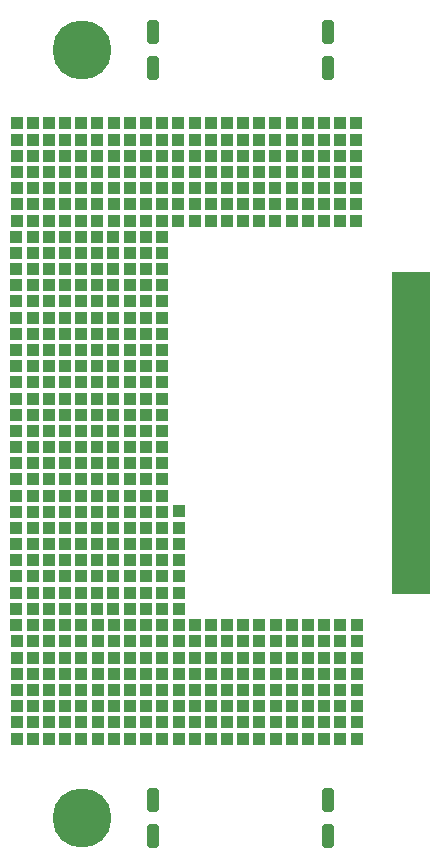
<source format=gbs>
%TF.GenerationSoftware,KiCad,Pcbnew,8.0.4*%
%TF.CreationDate,2025-03-13T20:47:44+01:00*%
%TF.ProjectId,uconsole-expansion-card-template_1.27,75636f6e-736f-46c6-952d-657870616e73,0.1*%
%TF.SameCoordinates,Original*%
%TF.FileFunction,Soldermask,Bot*%
%TF.FilePolarity,Negative*%
%FSLAX46Y46*%
G04 Gerber Fmt 4.6, Leading zero omitted, Abs format (unit mm)*
G04 Created by KiCad (PCBNEW 8.0.4) date 2025-03-13 20:47:44*
%MOMM*%
%LPD*%
G01*
G04 APERTURE LIST*
G04 Aperture macros list*
%AMRoundRect*
0 Rectangle with rounded corners*
0 $1 Rounding radius*
0 $2 $3 $4 $5 $6 $7 $8 $9 X,Y pos of 4 corners*
0 Add a 4 corners polygon primitive as box body*
4,1,4,$2,$3,$4,$5,$6,$7,$8,$9,$2,$3,0*
0 Add four circle primitives for the rounded corners*
1,1,$1+$1,$2,$3*
1,1,$1+$1,$4,$5*
1,1,$1+$1,$6,$7*
1,1,$1+$1,$8,$9*
0 Add four rect primitives between the rounded corners*
20,1,$1+$1,$2,$3,$4,$5,0*
20,1,$1+$1,$4,$5,$6,$7,0*
20,1,$1+$1,$6,$7,$8,$9,0*
20,1,$1+$1,$8,$9,$2,$3,0*%
G04 Aperture macros list end*
%ADD10C,0.100000*%
%ADD11R,1.000000X1.000000*%
%ADD12C,5.000000*%
%ADD13R,2.300000X0.600000*%
%ADD14RoundRect,0.250000X0.250000X0.750000X-0.250000X0.750000X-0.250000X-0.750000X0.250000X-0.750000X0*%
G04 APERTURE END LIST*
%TO.C,U1*%
D10*
X115380400Y-86284000D02*
X118530000Y-86284000D01*
X118530000Y-113462000D01*
X115380400Y-113462000D01*
X115380400Y-86284000D01*
G36*
X115380400Y-86284000D02*
G01*
X118530000Y-86284000D01*
X118530000Y-113462000D01*
X115380400Y-113462000D01*
X115380400Y-86284000D01*
G37*
%TD*%
D11*
%TO.C,*%
X111017000Y-73711000D03*
%TD*%
%TO.C,*%
X86357000Y-81931000D03*
%TD*%
%TO.C,*%
X93190000Y-90150000D03*
%TD*%
%TO.C,*%
X94590000Y-118940000D03*
%TD*%
%TO.C,*%
X93190000Y-114810000D03*
%TD*%
%TO.C,*%
X95930000Y-97000000D03*
%TD*%
%TO.C,*%
X94590000Y-116200000D03*
%TD*%
%TO.C,*%
X104167000Y-80561000D03*
%TD*%
%TO.C,*%
X90480000Y-121680000D03*
%TD*%
%TO.C,*%
X90450000Y-114810000D03*
%TD*%
%TO.C,*%
X83630000Y-117570000D03*
%TD*%
%TO.C,*%
X84970000Y-97000000D03*
%TD*%
%TO.C,*%
X94590000Y-117570000D03*
%TD*%
%TO.C,*%
X98700000Y-125790000D03*
%TD*%
%TO.C,*%
X94560000Y-99740000D03*
%TD*%
%TO.C,*%
X109647000Y-73711000D03*
%TD*%
%TO.C,*%
X91850000Y-120310000D03*
%TD*%
%TO.C,*%
X84987000Y-75081000D03*
%TD*%
%TO.C,*%
X84970000Y-113440000D03*
%TD*%
%TO.C,*%
X101440000Y-117570000D03*
%TD*%
%TO.C,*%
X105537000Y-73711000D03*
%TD*%
%TO.C,*%
X83600000Y-97000000D03*
%TD*%
%TO.C,*%
X87727000Y-73711000D03*
%TD*%
%TO.C,*%
X84970000Y-114810000D03*
%TD*%
%TO.C,*%
X89080000Y-99740000D03*
%TD*%
%TO.C,*%
X93190000Y-88780000D03*
%TD*%
%TO.C,*%
X100070000Y-118940000D03*
%TD*%
%TO.C,*%
X90467000Y-75081000D03*
%TD*%
%TO.C,*%
X104180000Y-124420000D03*
%TD*%
%TO.C,*%
X108277000Y-76451000D03*
%TD*%
%TO.C,*%
X100057000Y-73711000D03*
%TD*%
%TO.C,*%
X94560000Y-101110000D03*
%TD*%
%TO.C,*%
X83617000Y-75081000D03*
%TD*%
%TO.C,*%
X94560000Y-90150000D03*
%TD*%
%TO.C,*%
X89110000Y-121680000D03*
%TD*%
%TO.C,*%
X91820000Y-95630000D03*
%TD*%
%TO.C,*%
X105537000Y-79191000D03*
%TD*%
%TO.C,*%
X91820000Y-102480000D03*
%TD*%
%TO.C,*%
X87710000Y-97000000D03*
%TD*%
%TO.C,*%
X105550000Y-118940000D03*
%TD*%
%TO.C,*%
X90450000Y-84670000D03*
%TD*%
%TO.C,*%
X102810000Y-120310000D03*
%TD*%
%TO.C,*%
X86370000Y-120310000D03*
%TD*%
%TO.C,*%
X104167000Y-81931000D03*
%TD*%
%TO.C,*%
X83600000Y-98370000D03*
%TD*%
%TO.C,*%
X112387000Y-80561000D03*
%TD*%
%TO.C,*%
X91837000Y-76451000D03*
%TD*%
%TO.C,*%
X84970000Y-102480000D03*
%TD*%
%TO.C,*%
X87740000Y-125790000D03*
%TD*%
%TO.C,*%
X94560000Y-105220000D03*
%TD*%
%TO.C,*%
X86340000Y-95630000D03*
%TD*%
%TO.C,*%
X93207000Y-79191000D03*
%TD*%
%TO.C,*%
X91837000Y-75081000D03*
%TD*%
%TO.C,*%
X105537000Y-77821000D03*
%TD*%
%TO.C,*%
X112387000Y-73711000D03*
%TD*%
%TO.C,*%
X83600000Y-109330000D03*
%TD*%
D12*
%TO.C,H1*%
X89128800Y-67488000D03*
%TD*%
D11*
%TO.C,*%
X86340000Y-83300000D03*
%TD*%
%TO.C,*%
X86370000Y-117570000D03*
%TD*%
%TO.C,*%
X90467000Y-81931000D03*
%TD*%
%TO.C,*%
X83600000Y-106590000D03*
%TD*%
%TO.C,*%
X91820000Y-107960000D03*
%TD*%
%TO.C,*%
X91820000Y-114810000D03*
%TD*%
%TO.C,*%
X93190000Y-110700000D03*
%TD*%
%TO.C,*%
X89097000Y-73711000D03*
%TD*%
%TO.C,*%
X93190000Y-107960000D03*
%TD*%
%TO.C,*%
X91820000Y-113440000D03*
%TD*%
%TO.C,*%
X104180000Y-121680000D03*
%TD*%
%TO.C,*%
X101440000Y-120310000D03*
%TD*%
%TO.C,*%
X112400000Y-125790000D03*
%TD*%
%TO.C,*%
X89080000Y-84670000D03*
%TD*%
%TO.C,*%
X86340000Y-110700000D03*
%TD*%
%TO.C,*%
X83600000Y-95630000D03*
%TD*%
%TO.C,*%
X89097000Y-75081000D03*
%TD*%
%TO.C,*%
X87710000Y-103850000D03*
%TD*%
%TO.C,*%
X108290000Y-117570000D03*
%TD*%
%TO.C,*%
X104167000Y-79191000D03*
%TD*%
%TO.C,*%
X95930000Y-103850000D03*
%TD*%
%TO.C,*%
X109660000Y-118940000D03*
%TD*%
%TO.C,*%
X94560000Y-112070000D03*
%TD*%
%TO.C,*%
X83630000Y-120310000D03*
%TD*%
%TO.C,*%
X95960000Y-124420000D03*
%TD*%
%TO.C,*%
X109647000Y-81931000D03*
%TD*%
%TO.C,*%
X111030000Y-116200000D03*
%TD*%
%TO.C,*%
X84987000Y-73711000D03*
%TD*%
%TO.C,*%
X90480000Y-120310000D03*
%TD*%
%TO.C,*%
X91820000Y-103850000D03*
%TD*%
%TO.C,*%
X106907000Y-79191000D03*
%TD*%
%TO.C,*%
X87727000Y-75081000D03*
%TD*%
%TO.C,*%
X95930000Y-99740000D03*
%TD*%
%TO.C,*%
X93190000Y-106590000D03*
%TD*%
%TO.C,*%
X89110000Y-117570000D03*
%TD*%
%TO.C,*%
X84970000Y-94260000D03*
%TD*%
%TO.C,*%
X87710000Y-87410000D03*
%TD*%
%TO.C,*%
X89097000Y-77821000D03*
%TD*%
%TO.C,*%
X94577000Y-80561000D03*
%TD*%
%TO.C,*%
X87710000Y-107960000D03*
%TD*%
%TO.C,*%
X83600000Y-107960000D03*
%TD*%
%TO.C,*%
X89110000Y-123050000D03*
%TD*%
%TO.C,*%
X95930000Y-109330000D03*
%TD*%
%TO.C,*%
X93190000Y-102480000D03*
%TD*%
%TO.C,*%
X94560000Y-113440000D03*
%TD*%
%TO.C,*%
X90450000Y-106590000D03*
%TD*%
%TO.C,*%
X98700000Y-117570000D03*
%TD*%
%TO.C,*%
X95930000Y-95630000D03*
%TD*%
%TO.C,*%
X90450000Y-83300000D03*
%TD*%
%TO.C,*%
X112400000Y-124420000D03*
%TD*%
%TO.C,*%
X83630000Y-121680000D03*
%TD*%
%TO.C,*%
X87710000Y-99740000D03*
%TD*%
%TO.C,*%
X84970000Y-92890000D03*
%TD*%
%TO.C,*%
X86340000Y-87410000D03*
%TD*%
%TO.C,*%
X101427000Y-79191000D03*
%TD*%
%TO.C,*%
X94560000Y-87410000D03*
%TD*%
%TO.C,*%
X93190000Y-97000000D03*
%TD*%
%TO.C,*%
X93220000Y-116200000D03*
%TD*%
%TO.C,*%
X95930000Y-84670000D03*
%TD*%
%TO.C,*%
X83600000Y-83300000D03*
%TD*%
%TO.C,*%
X111017000Y-79191000D03*
%TD*%
%TO.C,*%
X98687000Y-75081000D03*
%TD*%
%TO.C,12*%
X97330000Y-110698200D03*
%TD*%
%TO.C,*%
X86340000Y-97000000D03*
%TD*%
%TO.C,*%
X86340000Y-92890000D03*
%TD*%
%TO.C,*%
X91820000Y-98370000D03*
%TD*%
%TO.C,*%
X93190000Y-113440000D03*
%TD*%
%TO.C,*%
X91820000Y-88780000D03*
%TD*%
%TO.C,*%
X94560000Y-107960000D03*
%TD*%
%TO.C,*%
X100070000Y-125790000D03*
%TD*%
%TO.C,*%
X90450000Y-103850000D03*
%TD*%
%TO.C,*%
X87727000Y-76451000D03*
%TD*%
%TO.C,*%
X91820000Y-87410000D03*
%TD*%
%TO.C,*%
X83630000Y-118940000D03*
%TD*%
%TO.C,*%
X94560000Y-91520000D03*
%TD*%
%TO.C,*%
X109660000Y-125790000D03*
%TD*%
%TO.C,*%
X87710000Y-102480000D03*
%TD*%
%TO.C,*%
X100057000Y-80561000D03*
%TD*%
%TO.C,*%
X87727000Y-80561000D03*
%TD*%
%TO.C,*%
X111030000Y-120310000D03*
%TD*%
%TO.C,*%
X84970000Y-106590000D03*
%TD*%
%TO.C,*%
X87710000Y-83300000D03*
%TD*%
%TO.C,*%
X84987000Y-79191000D03*
%TD*%
%TO.C,*%
X95930000Y-110700000D03*
%TD*%
%TO.C,*%
X112387000Y-79191000D03*
%TD*%
%TO.C,*%
X89080000Y-92890000D03*
%TD*%
%TO.C,*%
X106920000Y-120310000D03*
%TD*%
%TO.C,*%
X94577000Y-81931000D03*
%TD*%
%TO.C,*%
X93190000Y-105220000D03*
%TD*%
%TO.C,*%
X86370000Y-116200000D03*
%TD*%
%TO.C,*%
X83600000Y-99740000D03*
%TD*%
%TO.C,*%
X87710000Y-92890000D03*
%TD*%
%TO.C,*%
X90467000Y-77821000D03*
%TD*%
%TO.C,*%
X84970000Y-83300000D03*
%TD*%
%TO.C,*%
X108290000Y-123050000D03*
%TD*%
%TO.C,*%
X93190000Y-91520000D03*
%TD*%
%TO.C,*%
X102797000Y-76451000D03*
%TD*%
%TO.C,*%
X104180000Y-120310000D03*
%TD*%
%TO.C,*%
X86340000Y-109330000D03*
%TD*%
%TO.C,*%
X83600000Y-84670000D03*
%TD*%
%TO.C,*%
X112387000Y-76451000D03*
%TD*%
%TO.C,*%
X83600000Y-87410000D03*
%TD*%
%TO.C,*%
X109647000Y-79191000D03*
%TD*%
%TO.C,*%
X94590000Y-124420000D03*
%TD*%
%TO.C,*%
X101440000Y-116200000D03*
%TD*%
%TO.C,*%
X86340000Y-101110000D03*
%TD*%
%TO.C,*%
X104167000Y-76451000D03*
%TD*%
%TO.C,*%
X90450000Y-99740000D03*
%TD*%
%TO.C,*%
X106920000Y-123050000D03*
%TD*%
%TO.C,*%
X105550000Y-117570000D03*
%TD*%
%TO.C,*%
X95947000Y-76451000D03*
%TD*%
%TO.C,*%
X84970000Y-103850000D03*
%TD*%
%TO.C,*%
X90450000Y-112070000D03*
%TD*%
%TO.C,*%
X97317000Y-80561000D03*
%TD*%
%TO.C,*%
X91850000Y-118940000D03*
%TD*%
%TO.C,*%
X91837000Y-73711000D03*
%TD*%
%TO.C,*%
X84987000Y-81931000D03*
%TD*%
%TO.C,*%
X102810000Y-125790000D03*
%TD*%
%TO.C,*%
X104180000Y-118940000D03*
%TD*%
%TO.C,*%
X93207000Y-80561000D03*
%TD*%
%TO.C,*%
X101427000Y-80561000D03*
%TD*%
%TO.C,*%
X101427000Y-77821000D03*
%TD*%
%TO.C,*%
X104180000Y-123050000D03*
%TD*%
%TO.C,*%
X86340000Y-94260000D03*
%TD*%
%TO.C,*%
X112400000Y-118940000D03*
%TD*%
%TO.C,*%
X94560000Y-106590000D03*
%TD*%
%TO.C,*%
X84987000Y-80561000D03*
%TD*%
%TO.C,*%
X111017000Y-80561000D03*
%TD*%
%TO.C,*%
X90480000Y-117570000D03*
%TD*%
%TO.C,*%
X87740000Y-117570000D03*
%TD*%
%TO.C,*%
X94560000Y-94260000D03*
%TD*%
%TO.C,*%
X106907000Y-75081000D03*
%TD*%
%TO.C,*%
X100057000Y-79191000D03*
%TD*%
%TO.C,*%
X94577000Y-75081000D03*
%TD*%
%TO.C,*%
X90450000Y-94260000D03*
%TD*%
%TO.C,*%
X105537000Y-75081000D03*
%TD*%
%TO.C,*%
X93220000Y-123050000D03*
%TD*%
%TO.C,*%
X94577000Y-79191000D03*
%TD*%
%TO.C,*%
X87740000Y-124420000D03*
%TD*%
%TO.C,*%
X89080000Y-105220000D03*
%TD*%
%TO.C,*%
X94590000Y-125790000D03*
%TD*%
%TO.C,*%
X105550000Y-125790000D03*
%TD*%
%TO.C,*%
X93220000Y-121680000D03*
%TD*%
%TO.C,*%
X95930000Y-113440000D03*
%TD*%
%TO.C,*%
X97317000Y-77821000D03*
%TD*%
%TO.C,*%
X83600000Y-103850000D03*
%TD*%
%TO.C,*%
X95930000Y-98370000D03*
%TD*%
%TO.C,*%
X87710000Y-91520000D03*
%TD*%
%TO.C,*%
X90450000Y-91520000D03*
%TD*%
%TO.C,*%
X91820000Y-101110000D03*
%TD*%
%TO.C,*%
X100070000Y-123050000D03*
%TD*%
%TO.C,*%
X101440000Y-121680000D03*
%TD*%
%TO.C,*%
X85000000Y-123050000D03*
%TD*%
%TO.C,*%
X95930000Y-114810000D03*
%TD*%
%TO.C,*%
X98687000Y-80561000D03*
%TD*%
%TO.C,*%
X90450000Y-97000000D03*
%TD*%
%TO.C,*%
X95930000Y-102480000D03*
%TD*%
%TO.C,*%
X84970000Y-86040000D03*
%TD*%
%TO.C,*%
X106920000Y-121680000D03*
%TD*%
%TO.C,10*%
X97330000Y-107958200D03*
%TD*%
%TO.C,*%
X108290000Y-125790000D03*
%TD*%
%TO.C,*%
X89080000Y-87410000D03*
%TD*%
%TO.C,*%
X93190000Y-98370000D03*
%TD*%
%TO.C,*%
X89110000Y-125790000D03*
%TD*%
%TO.C,*%
X89080000Y-103850000D03*
%TD*%
%TO.C,*%
X91820000Y-84670000D03*
%TD*%
%TO.C,*%
X91820000Y-105220000D03*
%TD*%
%TO.C,*%
X94590000Y-120310000D03*
%TD*%
%TO.C,*%
X83630000Y-123050000D03*
%TD*%
%TO.C,*%
X112400000Y-123050000D03*
%TD*%
%TO.C,*%
X106920000Y-117570000D03*
%TD*%
%TO.C,*%
X89097000Y-79191000D03*
%TD*%
%TO.C,*%
X105537000Y-76451000D03*
%TD*%
%TO.C,*%
X86340000Y-99740000D03*
%TD*%
%TO.C,*%
X97330000Y-120310000D03*
%TD*%
%TO.C,*%
X91820000Y-92890000D03*
%TD*%
%TO.C,*%
X106907000Y-81931000D03*
%TD*%
%TO.C,*%
X95930000Y-94260000D03*
%TD*%
%TO.C,*%
X108277000Y-79191000D03*
%TD*%
%TO.C,*%
X90467000Y-76451000D03*
%TD*%
%TO.C,*%
X86340000Y-105220000D03*
%TD*%
%TO.C,*%
X90450000Y-101110000D03*
%TD*%
%TO.C,*%
X102810000Y-124420000D03*
%TD*%
%TO.C,*%
X91820000Y-91520000D03*
%TD*%
%TO.C,*%
X91837000Y-79191000D03*
%TD*%
%TO.C,*%
X93190000Y-95630000D03*
%TD*%
%TO.C,*%
X97330000Y-117570000D03*
%TD*%
%TO.C,*%
X90450000Y-110700000D03*
%TD*%
%TO.C,*%
X84970000Y-110700000D03*
%TD*%
%TO.C,*%
X89110000Y-116200000D03*
%TD*%
%TO.C,*%
X91837000Y-77821000D03*
%TD*%
%TO.C,*%
X86340000Y-88780000D03*
%TD*%
%TO.C,*%
X97330000Y-124420000D03*
%TD*%
%TO.C,*%
X89080000Y-83300000D03*
%TD*%
%TO.C,*%
X94560000Y-109330000D03*
%TD*%
%TO.C,*%
X91850000Y-117570000D03*
%TD*%
%TO.C,*%
X108290000Y-116200000D03*
%TD*%
%TO.C,*%
X108277000Y-77821000D03*
%TD*%
%TO.C,*%
X97330000Y-125790000D03*
%TD*%
%TO.C,*%
X95960000Y-123050000D03*
%TD*%
%TO.C,*%
X109647000Y-80561000D03*
%TD*%
%TO.C,14*%
X97330000Y-113438200D03*
%TD*%
%TO.C,*%
X87727000Y-81931000D03*
%TD*%
%TO.C,*%
X90467000Y-73711000D03*
%TD*%
%TO.C,*%
X95960000Y-118940000D03*
%TD*%
%TO.C,*%
X94560000Y-98370000D03*
%TD*%
%TO.C,*%
X93207000Y-77821000D03*
%TD*%
%TO.C,*%
X100057000Y-76451000D03*
%TD*%
%TO.C,*%
X90480000Y-124420000D03*
%TD*%
%TO.C,*%
X111017000Y-81931000D03*
%TD*%
%TO.C,*%
X112400000Y-121680000D03*
%TD*%
%TO.C,*%
X97317000Y-73711000D03*
%TD*%
%TO.C,*%
X83600000Y-113440000D03*
%TD*%
%TO.C,*%
X109647000Y-77821000D03*
%TD*%
%TO.C,*%
X87740000Y-120310000D03*
%TD*%
%TO.C,*%
X89080000Y-94260000D03*
%TD*%
%TO.C,*%
X87740000Y-116200000D03*
%TD*%
%TO.C,*%
X97330000Y-123050000D03*
%TD*%
%TO.C,*%
X104167000Y-73711000D03*
%TD*%
%TO.C,*%
X112400000Y-116200000D03*
%TD*%
%TO.C,*%
X112400000Y-117570000D03*
%TD*%
%TO.C,*%
X91820000Y-109330000D03*
%TD*%
%TO.C,*%
X111017000Y-76451000D03*
%TD*%
%TO.C,*%
X106907000Y-73711000D03*
%TD*%
%TO.C,*%
X93190000Y-109330000D03*
%TD*%
%TO.C,*%
X86340000Y-98370000D03*
%TD*%
%TO.C,*%
X94560000Y-83300000D03*
%TD*%
%TO.C,*%
X109660000Y-124420000D03*
%TD*%
%TO.C,*%
X90450000Y-86040000D03*
%TD*%
%TO.C,*%
X91820000Y-86040000D03*
%TD*%
%TO.C,*%
X109660000Y-117570000D03*
%TD*%
%TO.C,*%
X87710000Y-84670000D03*
%TD*%
%TO.C,*%
X95930000Y-101110000D03*
%TD*%
%TO.C,*%
X89080000Y-91520000D03*
%TD*%
%TO.C,*%
X94560000Y-95630000D03*
%TD*%
%TO.C,*%
X111017000Y-77821000D03*
%TD*%
%TO.C,*%
X91837000Y-81931000D03*
%TD*%
%TO.C,*%
X95930000Y-112070000D03*
%TD*%
%TO.C,*%
X86357000Y-79191000D03*
%TD*%
%TO.C,*%
X83617000Y-73711000D03*
%TD*%
%TO.C,*%
X102797000Y-81931000D03*
%TD*%
%TO.C,*%
X95930000Y-91520000D03*
%TD*%
%TO.C,*%
X93220000Y-120310000D03*
%TD*%
%TO.C,*%
X87710000Y-112070000D03*
%TD*%
%TO.C,*%
X87727000Y-77821000D03*
%TD*%
%TO.C,*%
X95930000Y-105220000D03*
%TD*%
%TO.C,*%
X102810000Y-117570000D03*
%TD*%
%TO.C,*%
X105550000Y-121680000D03*
%TD*%
%TO.C,*%
X102797000Y-80561000D03*
%TD*%
%TO.C,*%
X86340000Y-84670000D03*
%TD*%
%TO.C,*%
X83617000Y-79191000D03*
%TD*%
%TO.C,13*%
X97330000Y-112068200D03*
%TD*%
%TO.C,*%
X89097000Y-81931000D03*
%TD*%
%TO.C,*%
X94560000Y-114810000D03*
%TD*%
%TO.C,*%
X111017000Y-75081000D03*
%TD*%
%TO.C,*%
X95960000Y-120310000D03*
%TD*%
%TO.C,*%
X83600000Y-88780000D03*
%TD*%
%TO.C,*%
X83600000Y-90150000D03*
%TD*%
%TO.C,*%
X90480000Y-125790000D03*
%TD*%
%TO.C,*%
X93207000Y-76451000D03*
%TD*%
%TO.C,*%
X98700000Y-118940000D03*
%TD*%
%TO.C,*%
X94590000Y-123050000D03*
%TD*%
%TO.C,*%
X86340000Y-112070000D03*
%TD*%
%TO.C,*%
X83617000Y-81931000D03*
%TD*%
%TO.C,*%
X85000000Y-117570000D03*
%TD*%
%TO.C,*%
X85000000Y-124420000D03*
%TD*%
%TO.C,*%
X83600000Y-102480000D03*
%TD*%
%TO.C,*%
X89080000Y-107960000D03*
%TD*%
%TO.C,*%
X83600000Y-86040000D03*
%TD*%
%TO.C,*%
X95947000Y-73711000D03*
%TD*%
%TO.C,*%
X89080000Y-109330000D03*
%TD*%
%TO.C,*%
X98700000Y-116200000D03*
%TD*%
%TO.C,*%
X94577000Y-77821000D03*
%TD*%
%TO.C,*%
X89080000Y-112070000D03*
%TD*%
%TO.C,*%
X89110000Y-120310000D03*
%TD*%
%TO.C,*%
X84987000Y-76451000D03*
%TD*%
%TO.C,*%
X95930000Y-106590000D03*
%TD*%
%TO.C,*%
X85000000Y-116200000D03*
%TD*%
%TO.C,*%
X86340000Y-106590000D03*
%TD*%
%TO.C,*%
X100070000Y-117570000D03*
%TD*%
%TO.C,*%
X84970000Y-87410000D03*
%TD*%
%TO.C,*%
X91820000Y-97000000D03*
%TD*%
%TO.C,*%
X93207000Y-73711000D03*
%TD*%
%TO.C,*%
X86340000Y-86040000D03*
%TD*%
%TO.C,*%
X97317000Y-75081000D03*
%TD*%
%TO.C,*%
X87710000Y-86040000D03*
%TD*%
%TO.C,*%
X86340000Y-91520000D03*
%TD*%
%TO.C,*%
X95960000Y-121680000D03*
%TD*%
%TO.C,*%
X108277000Y-73711000D03*
%TD*%
%TO.C,*%
X106920000Y-118940000D03*
%TD*%
%TO.C,*%
X90450000Y-113440000D03*
%TD*%
%TO.C,*%
X93190000Y-103850000D03*
%TD*%
%TO.C,*%
X90450000Y-105220000D03*
%TD*%
%TO.C,*%
X89080000Y-95630000D03*
%TD*%
%TO.C,*%
X90480000Y-116200000D03*
%TD*%
%TO.C,*%
X84970000Y-88780000D03*
%TD*%
%TO.C,*%
X108277000Y-75081000D03*
%TD*%
%TO.C,*%
X84970000Y-98370000D03*
%TD*%
%TO.C,*%
X100070000Y-124420000D03*
%TD*%
%TO.C,*%
X109660000Y-121680000D03*
%TD*%
%TO.C,*%
X93190000Y-101110000D03*
%TD*%
%TO.C,*%
X95947000Y-80561000D03*
%TD*%
%TO.C,*%
X93190000Y-86040000D03*
%TD*%
%TO.C,*%
X83617000Y-76451000D03*
%TD*%
%TO.C,*%
X105550000Y-124420000D03*
%TD*%
%TO.C,*%
X89080000Y-98370000D03*
%TD*%
%TO.C,*%
X93220000Y-124420000D03*
%TD*%
%TO.C,*%
X94560000Y-103850000D03*
%TD*%
%TO.C,*%
X84970000Y-99740000D03*
%TD*%
%TO.C,*%
X95960000Y-125790000D03*
%TD*%
%TO.C,*%
X95930000Y-87410000D03*
%TD*%
%TO.C,*%
X111030000Y-125790000D03*
%TD*%
%TO.C,*%
X100070000Y-121680000D03*
%TD*%
D13*
%TO.C,U1*%
X116485000Y-111380000D03*
X116485000Y-110580000D03*
X116485000Y-109780000D03*
X116485000Y-108980000D03*
X116485000Y-108180000D03*
X116485000Y-107380000D03*
X116485000Y-106580000D03*
X116485000Y-105780000D03*
X116485000Y-101780000D03*
X116485000Y-100980000D03*
X116485000Y-100180000D03*
X116485000Y-99380000D03*
X116485000Y-98580000D03*
X116485000Y-97780000D03*
X116485000Y-96980000D03*
X116485000Y-96180000D03*
X116485000Y-95380000D03*
X116485000Y-94580000D03*
X116485000Y-93780000D03*
X116485000Y-92980000D03*
X116485000Y-92180000D03*
X116485000Y-91380000D03*
X116485000Y-90580000D03*
X116485000Y-89780000D03*
X116485000Y-88980000D03*
X116485000Y-88180000D03*
%TD*%
D11*
%TO.C,9*%
X97330000Y-106564600D03*
%TD*%
%TO.C,*%
X109647000Y-76451000D03*
%TD*%
%TO.C,*%
X86340000Y-107960000D03*
%TD*%
%TO.C,*%
X100057000Y-75081000D03*
%TD*%
%TO.C,*%
X89097000Y-80561000D03*
%TD*%
%TO.C,*%
X104180000Y-116200000D03*
%TD*%
%TO.C,*%
X91820000Y-94260000D03*
%TD*%
%TO.C,*%
X100070000Y-120310000D03*
%TD*%
%TO.C,*%
X90450000Y-88780000D03*
%TD*%
%TO.C,*%
X86340000Y-113440000D03*
%TD*%
%TO.C,*%
X87710000Y-110700000D03*
%TD*%
%TO.C,*%
X83600000Y-91520000D03*
%TD*%
%TO.C,*%
X101427000Y-81931000D03*
%TD*%
%TO.C,*%
X106907000Y-76451000D03*
%TD*%
%TO.C,*%
X98700000Y-123050000D03*
%TD*%
%TO.C,*%
X84970000Y-84670000D03*
%TD*%
%TO.C,*%
X86340000Y-114810000D03*
%TD*%
%TO.C,*%
X89080000Y-110700000D03*
%TD*%
%TO.C,*%
X83630000Y-124420000D03*
%TD*%
%TO.C,*%
X94560000Y-88780000D03*
%TD*%
%TO.C,*%
X89080000Y-106590000D03*
%TD*%
%TO.C,*%
X85000000Y-120310000D03*
%TD*%
%TO.C,*%
X101440000Y-118940000D03*
%TD*%
%TO.C,*%
X97317000Y-79191000D03*
%TD*%
%TO.C,*%
X84970000Y-105220000D03*
%TD*%
%TO.C,*%
X95930000Y-107960000D03*
%TD*%
%TO.C,*%
X94560000Y-84670000D03*
%TD*%
%TO.C,*%
X105537000Y-80561000D03*
%TD*%
%TO.C,*%
X91820000Y-83300000D03*
%TD*%
%TO.C,*%
X91820000Y-112070000D03*
%TD*%
%TO.C,*%
X102797000Y-75081000D03*
%TD*%
%TO.C,*%
X89080000Y-97000000D03*
%TD*%
%TO.C,*%
X87710000Y-114810000D03*
%TD*%
%TO.C,*%
X102810000Y-123050000D03*
%TD*%
%TO.C,*%
X98687000Y-77821000D03*
%TD*%
%TO.C,*%
X94560000Y-86040000D03*
%TD*%
%TO.C,*%
X108290000Y-124420000D03*
%TD*%
%TO.C,*%
X109660000Y-116200000D03*
%TD*%
%TO.C,*%
X89110000Y-124420000D03*
%TD*%
%TO.C,*%
X83600000Y-105220000D03*
%TD*%
%TO.C,*%
X90450000Y-98370000D03*
%TD*%
%TO.C,*%
X95960000Y-116200000D03*
%TD*%
%TO.C,*%
X102797000Y-73711000D03*
%TD*%
%TO.C,*%
X94560000Y-97000000D03*
%TD*%
%TO.C,*%
X108277000Y-81931000D03*
%TD*%
%TO.C,*%
X101427000Y-73711000D03*
%TD*%
%TO.C,*%
X83600000Y-116200000D03*
%TD*%
%TO.C,*%
X90467000Y-79191000D03*
%TD*%
%TO.C,*%
X111030000Y-123050000D03*
%TD*%
%TO.C,*%
X94560000Y-110700000D03*
%TD*%
%TO.C,11*%
X97330000Y-109328200D03*
%TD*%
%TO.C,*%
X85000000Y-121680000D03*
%TD*%
%TO.C,*%
X111030000Y-117570000D03*
%TD*%
%TO.C,*%
X93190000Y-92890000D03*
%TD*%
%TO.C,*%
X84970000Y-91520000D03*
%TD*%
%TO.C,*%
X95947000Y-77821000D03*
%TD*%
%TO.C,*%
X86370000Y-125790000D03*
%TD*%
%TO.C,*%
X83600000Y-92890000D03*
%TD*%
%TO.C,*%
X84970000Y-101110000D03*
%TD*%
%TO.C,*%
X106907000Y-80561000D03*
%TD*%
%TO.C,*%
X94590000Y-121680000D03*
%TD*%
%TO.C,*%
X93190000Y-99740000D03*
%TD*%
%TO.C,*%
X87740000Y-118940000D03*
%TD*%
%TO.C,*%
X104167000Y-75081000D03*
%TD*%
%TO.C,*%
X86340000Y-90150000D03*
%TD*%
%TO.C,*%
X101440000Y-123050000D03*
%TD*%
%TO.C,*%
X98687000Y-79191000D03*
%TD*%
%TO.C,*%
X105550000Y-120310000D03*
%TD*%
%TO.C,*%
X91850000Y-121680000D03*
%TD*%
%TO.C,*%
X95947000Y-81931000D03*
%TD*%
%TO.C,*%
X95947000Y-79191000D03*
%TD*%
%TO.C,*%
X87710000Y-94260000D03*
%TD*%
%TO.C,*%
X98700000Y-120310000D03*
%TD*%
%TO.C,*%
X98687000Y-81931000D03*
%TD*%
%TO.C,*%
X86357000Y-77821000D03*
%TD*%
%TO.C,*%
X89080000Y-113440000D03*
%TD*%
%TO.C,*%
X93220000Y-125790000D03*
%TD*%
%TO.C,*%
X86357000Y-75081000D03*
%TD*%
%TO.C,*%
X90450000Y-90150000D03*
%TD*%
%TO.C,*%
X93190000Y-84670000D03*
%TD*%
%TO.C,15*%
X97330000Y-114808200D03*
%TD*%
%TO.C,*%
X87710000Y-113440000D03*
%TD*%
%TO.C,*%
X105550000Y-123050000D03*
%TD*%
%TO.C,*%
X104180000Y-117570000D03*
%TD*%
%TO.C,*%
X91820000Y-106590000D03*
%TD*%
%TO.C,*%
X95960000Y-117570000D03*
%TD*%
%TO.C,*%
X87740000Y-123050000D03*
%TD*%
%TO.C,*%
X83600000Y-112070000D03*
%TD*%
%TO.C,*%
X93207000Y-81931000D03*
%TD*%
%TO.C,*%
X83617000Y-77821000D03*
%TD*%
%TO.C,*%
X87710000Y-106590000D03*
%TD*%
%TO.C,*%
X109660000Y-120310000D03*
%TD*%
%TO.C,*%
X102810000Y-118940000D03*
%TD*%
%TO.C,*%
X91820000Y-99740000D03*
%TD*%
%TO.C,*%
X93220000Y-117570000D03*
%TD*%
%TO.C,*%
X101440000Y-124420000D03*
%TD*%
%TO.C,*%
X86340000Y-103850000D03*
%TD*%
%TO.C,*%
X98687000Y-73711000D03*
%TD*%
%TO.C,*%
X101440000Y-125790000D03*
%TD*%
%TO.C,*%
X108290000Y-121680000D03*
%TD*%
%TO.C,*%
X101427000Y-75081000D03*
%TD*%
%TO.C,*%
X104167000Y-77821000D03*
%TD*%
%TO.C,*%
X95930000Y-86040000D03*
%TD*%
%TO.C,*%
X89080000Y-101110000D03*
%TD*%
%TO.C,*%
X86357000Y-80561000D03*
%TD*%
%TO.C,*%
X108290000Y-120310000D03*
%TD*%
%TO.C,*%
X95930000Y-83300000D03*
%TD*%
%TO.C,*%
X85000000Y-125790000D03*
%TD*%
%TO.C,*%
X87710000Y-101110000D03*
%TD*%
%TO.C,*%
X90467000Y-80561000D03*
%TD*%
%TO.C,*%
X102797000Y-77821000D03*
%TD*%
%TO.C,*%
X90450000Y-87410000D03*
%TD*%
%TO.C,*%
X84970000Y-112070000D03*
%TD*%
%TO.C,*%
X85000000Y-118940000D03*
%TD*%
%TO.C,*%
X100057000Y-81931000D03*
%TD*%
%TO.C,*%
X91820000Y-110700000D03*
%TD*%
%TO.C,*%
X84970000Y-90150000D03*
%TD*%
%TO.C,*%
X95930000Y-88780000D03*
%TD*%
%TO.C,*%
X106920000Y-125790000D03*
%TD*%
%TO.C,*%
X105550000Y-116200000D03*
%TD*%
%TO.C,*%
X86357000Y-76451000D03*
%TD*%
%TO.C,*%
X89080000Y-88780000D03*
%TD*%
%TO.C,*%
X102797000Y-79191000D03*
%TD*%
%TO.C,*%
X98700000Y-121680000D03*
%TD*%
%TO.C,*%
X112400000Y-120310000D03*
%TD*%
%TO.C,*%
X111030000Y-118940000D03*
%TD*%
%TO.C,*%
X106920000Y-116200000D03*
%TD*%
%TO.C,*%
X111030000Y-121680000D03*
%TD*%
%TO.C,*%
X106907000Y-77821000D03*
%TD*%
%TO.C,*%
X90480000Y-123050000D03*
%TD*%
%TO.C,*%
X104180000Y-125790000D03*
%TD*%
%TO.C,*%
X101427000Y-76451000D03*
%TD*%
%TO.C,*%
X87710000Y-88780000D03*
%TD*%
%TO.C,*%
X93190000Y-87410000D03*
%TD*%
%TO.C,*%
X112387000Y-77821000D03*
%TD*%
%TO.C,*%
X90450000Y-102480000D03*
%TD*%
%TO.C,*%
X91820000Y-90150000D03*
%TD*%
%TO.C,*%
X90450000Y-107960000D03*
%TD*%
%TO.C,*%
X97330000Y-118940000D03*
%TD*%
%TO.C,*%
X93190000Y-112070000D03*
%TD*%
%TO.C,*%
X91850000Y-116200000D03*
%TD*%
%TO.C,*%
X87710000Y-95630000D03*
%TD*%
%TO.C,*%
X84987000Y-77821000D03*
%TD*%
%TO.C,*%
X97317000Y-76451000D03*
%TD*%
%TO.C,*%
X95947000Y-75081000D03*
%TD*%
%TO.C,*%
X89110000Y-118940000D03*
%TD*%
%TO.C,*%
X89080000Y-90150000D03*
%TD*%
%TO.C,*%
X87727000Y-79191000D03*
%TD*%
%TO.C,*%
X91850000Y-125790000D03*
%TD*%
%TO.C,*%
X89080000Y-102480000D03*
%TD*%
%TO.C,*%
X112387000Y-75081000D03*
%TD*%
%TO.C,*%
X93190000Y-94260000D03*
%TD*%
%TO.C,*%
X111030000Y-124420000D03*
%TD*%
%TO.C,*%
X83600000Y-114810000D03*
%TD*%
%TO.C,*%
X106920000Y-124420000D03*
%TD*%
%TO.C,*%
X84970000Y-109330000D03*
%TD*%
%TO.C,*%
X90480000Y-118940000D03*
%TD*%
%TO.C,*%
X108277000Y-80561000D03*
%TD*%
%TO.C,*%
X91850000Y-123050000D03*
%TD*%
%TO.C,*%
X97317000Y-81931000D03*
%TD*%
%TO.C,*%
X100057000Y-77821000D03*
%TD*%
%TO.C,*%
X86370000Y-123050000D03*
%TD*%
%TO.C,*%
X90450000Y-92890000D03*
%TD*%
%TO.C,*%
X87710000Y-98370000D03*
%TD*%
%TO.C,*%
X89080000Y-114810000D03*
%TD*%
%TO.C,*%
X112387000Y-81931000D03*
%TD*%
%TO.C,*%
X108290000Y-118940000D03*
%TD*%
%TO.C,*%
X94577000Y-73711000D03*
%TD*%
%TO.C,*%
X86370000Y-118940000D03*
%TD*%
%TO.C,*%
X95930000Y-92890000D03*
%TD*%
%TO.C,*%
X84970000Y-95630000D03*
%TD*%
%TO.C,*%
X93220000Y-118940000D03*
%TD*%
%TO.C,*%
X86340000Y-102480000D03*
%TD*%
%TO.C,*%
X91837000Y-80561000D03*
%TD*%
%TO.C,*%
X83600000Y-110700000D03*
%TD*%
%TO.C,*%
X90450000Y-109330000D03*
%TD*%
%TO.C,*%
X98687000Y-76451000D03*
%TD*%
%TO.C,*%
X95930000Y-90150000D03*
%TD*%
%TO.C,*%
X83630000Y-125790000D03*
%TD*%
D12*
%TO.C,H2*%
X89115000Y-132500000D03*
%TD*%
D11*
%TO.C,*%
X87710000Y-109330000D03*
%TD*%
%TO.C,*%
X105537000Y-81931000D03*
%TD*%
%TO.C,*%
X83617000Y-80561000D03*
%TD*%
%TO.C,*%
X93207000Y-75081000D03*
%TD*%
%TO.C,*%
X100070000Y-116200000D03*
%TD*%
%TO.C,*%
X91850000Y-124420000D03*
%TD*%
%TO.C,*%
X109660000Y-123050000D03*
%TD*%
%TO.C,*%
X90450000Y-95630000D03*
%TD*%
%TO.C,*%
X97330000Y-121680000D03*
%TD*%
%TO.C,*%
X94560000Y-102480000D03*
%TD*%
%TO.C,*%
X86370000Y-124420000D03*
%TD*%
%TO.C,*%
X94560000Y-92890000D03*
%TD*%
%TO.C,*%
X84970000Y-107960000D03*
%TD*%
%TO.C,*%
X86370000Y-121680000D03*
%TD*%
%TO.C,*%
X83600000Y-94260000D03*
%TD*%
%TO.C,*%
X97330000Y-116200000D03*
%TD*%
%TO.C,*%
X98700000Y-124420000D03*
%TD*%
%TO.C,*%
X93190000Y-83300000D03*
%TD*%
%TO.C,*%
X87740000Y-121680000D03*
%TD*%
%TO.C,*%
X109647000Y-75081000D03*
%TD*%
%TO.C,*%
X94577000Y-76451000D03*
%TD*%
%TO.C,*%
X102810000Y-121680000D03*
%TD*%
%TO.C,*%
X89097000Y-76451000D03*
%TD*%
%TO.C,*%
X86357000Y-73711000D03*
%TD*%
%TO.C,*%
X87710000Y-105220000D03*
%TD*%
%TO.C,*%
X102810000Y-116200000D03*
%TD*%
%TO.C,*%
X83600000Y-101110000D03*
%TD*%
%TO.C,*%
X89080000Y-86040000D03*
%TD*%
%TO.C,*%
X87710000Y-90150000D03*
%TD*%
D14*
%TO.C,U3*%
X109965000Y-131000000D03*
X109965000Y-134000000D03*
X95195000Y-134000000D03*
X95195000Y-131000000D03*
%TD*%
%TO.C,U2*%
X109965000Y-66000000D03*
X109965000Y-69000000D03*
X95195000Y-69000000D03*
X95195000Y-66000000D03*
%TD*%
M02*

</source>
